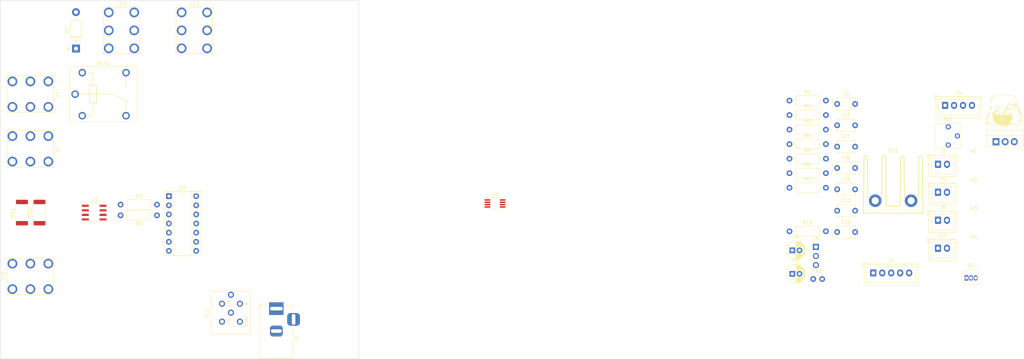
<source format=kicad_pcb>
(kicad_pcb (version 20241229) (generator "pcbnew") (generator_version "9.0")
  (layers (0 "F.Cu" signal) (4 "In1.Cu" signal) (6 "In2.Cu" signal) (2 "B.Cu" signal) (13 "F.Paste" user) (15 "B.Paste" user) (5 "F.SilkS" user "F.Silkscreen") (7 "B.SilkS" user "B.Silkscreen") (1 "F.Mask" user) (3 "B.Mask" user) (25 "Edge.Cuts" user))
  (net 0 "")
  (net 1 "VCC")
  (net 2 "GND")
  (net 3 "+12V")
  (net 4 "Net-(C7-Pad2)")
  (net 5 "Net-(C8-Pad1)")
  (net 6 "Net-(C8-Pad2)")
  (net 8 "/Vmeas")
  (net 10 "Net-(FL1-PSG)")
  (net 11 "Net-(FL1-B)")
  (net 12 "SHUNT_SELECT2")
  (net 13 "LOAD_ENABLE")
  (net 14 "SHUNT_SELECT1")
  (net 15 "Net-(J1-Pin_4)")
  (net 16 "Vofs")
  (net 17 "Vconst_ENABLE")
  (net 18 "/Vref")
  (net 19 "/Vsens")
  (net 20 "/Vmeas_IN")
  (net 21 "/MOS+")
  (net 22 "Net-(J8-Pin_1)")
  (net 23 "/MOS-")
  (net 24 "/TH_2")
  (net 25 "/TH_1")
  (net 26 "Rg_2")
  (net 27 "Net-(R8-Pad1)")
  (net 28 "Net-(R9-Pad1)")
  (net 29 "Net-(RV1-Pad3)")
  (net 30 "Rg_1")
  (net 31 "Net-(U2-Pad8)")
  (net 33 "/Load+")
  (net 38 "Load-")
  (footprint "Resistor_THT:R_Axial_DIN0207_L6.3mm_D2.5mm_P10.16mm_Horizontal" (layer "F.Cu") (at 270.036 86.082)
    (property "Reference" "R3" (at 5.08 -2.37 0) (layer "F.SilkS"))
    (property "Value" "10k")
    (pad "1" thru_hole circle (at 0 0) (size 1.6 1.6) (drill 0.8) (layers "*.Cu" "*.Mask") (net 2 "GND"))
    (pad "2" thru_hole oval (at 10.16 0) (size 1.6 1.6) (drill 0.8) (layers "*.Cu" "*.Mask") (net 17 "Vconst_ENABLE"))
  )
  (footprint "Akizuki_Relay:HSINDA-943_12A-1C_5p" (layer "F.Cu") (at 78.74 76.2)
    (property "Reference" "RLY1" (at 0 -8.6 0) (layer "F.SilkS"))
    (property "Value" "943-1C-12DS")
    (pad "1" thru_hole circle (at -7.85 0) (size 2.1 2.1) (drill 1.3) (layers "*.Cu" "*.Mask") (net 21 "/MOS+"))
    (pad "2" thru_hole circle (at -5.85 -6) (size 2.1 2.1) (drill 1.3) (layers "*.Cu" "*.Mask") (net 13 "LOAD_ENABLE"))
    (pad "3" thru_hole circle (at 6.35 -6) (size 2.1 2.1) (drill 1.3) (layers "*.Cu" "*.Mask") (net 33 "/Load+"))
    (pad "4" thru_hole circle (at 6.35 6) (size 2.1 2.1) (drill 1.3) (layers "*.Cu" "*.Mask") (net 38 "Load-"))
    (pad "5" thru_hole circle (at -5.85 6) (size 2.1 2.1) (drill 1.3) (layers "*.Cu" "*.Mask") (net 3 "+12V"))
  )
  (footprint "Resistor_THT:R_Axial_DIN0207_L6.3mm_D2.5mm_P10.16mm_Horizontal" (layer "F.Cu") (at 270.036 94.182)
    (property "Reference" "R5" (at 5.08 -2.37 0) (layer "F.SilkS"))
    (property "Value" "390k")
    (pad "1" thru_hole circle (at 0 0) (size 1.6 1.6) (drill 0.8) (layers "*.Cu" "*.Mask") (net 8 "/Vmeas"))
    (pad "2" thru_hole oval (at 10.16 0) (size 1.6 1.6) (drill 0.8) (layers "*.Cu" "*.Mask") (net 4 "Net-(C7-Pad2)"))
  )
  (footprint "Eoshi-chan:Eoshi-chan_logo_10x10" (layer "F.Cu") (at 329.842178 80.483547)
    (property "Reference" "P1" (hide yes))
    (property "Value" "Eoshi-chan_Silk" (hide yes))
  )
  (footprint "Connector_JST:JST_XH_B4B-XH-A_1x04_P2.50mm_Vertical" (layer "F.Cu") (at 313.416 79.332)
    (property "Reference" "J4" (at 3.75 -3.55 0) (layer "F.SilkS"))
    (property "Value" "AnalogIO")
    (pad "1" thru_hole roundrect (at 0 0) (size 1.7 1.95) (drill 0.95) (layers "*.Cu" "*.Mask") (roundrect_rratio 0.147059) (net 8 "/Vmeas"))
    (pad "2" thru_hole oval (at 2.5 0) (size 1.7 1.95) (drill 0.95) (layers "*.Cu" "*.Mask") (net 18 "/Vref"))
    (pad "3" thru_hole oval (at 5 0) (size 1.7 1.95) (drill 0.95) (layers "*.Cu" "*.Mask") (net 16 "Vofs"))
    (pad "4" thru_hole oval (at 7.5 0) (size 1.7 1.95) (drill 0.95) (layers "*.Cu" "*.Mask") (net 2 "GND"))
  )
  (footprint "Akizuki_Heatsink:Heatsink_16.5x16x25" (layer "F.Cu") (at 298.946 108.402)
    (property "Reference" "HS1" (at 0 -16.5 0) (layer "F.SilkS"))
    (property "Value" "Heatsink_Pad_2Pin")
    (pad "1" thru_hole circle (at -5 -2.5) (size 3.5 3.5) (drill 2) (layers "*.Cu" "*.Mask"))
    (pad "2" thru_hole circle (at 5 -2.5) (size 3.5 3.5) (drill 2) (layers "*.Cu" "*.Mask"))
  )
  (footprint "Connector_JST:JST_XH_B5B-XH-A_1x05_P2.50mm_Vertical" (layer "F.Cu") (at 293.396 126.032)
    (property "Reference" "J1" (at 5 -3.55 0) (layer "F.SilkS"))
    (property "Value" "Switch_Control")
    (pad "1" thru_hole roundrect (at 0 0) (size 1.7 1.95) (drill 0.95) (layers "*.Cu" "*.Mask") (roundrect_rratio 0.147059) (net 12 "SHUNT_SELECT2"))
    (pad "2" thru_hole oval (at 2.5 0) (size 1.7 1.95) (drill 0.95) (layers "*.Cu" "*.Mask") (net 14 "SHUNT_SELECT1"))
    (pad "3" thru_hole oval (at 5 0) (size 1.7 1.95) (drill 0.95) (layers "*.Cu" "*.Mask") (net 17 "Vconst_ENABLE"))
    (pad "4" thru_hole oval (at 7.5 0) (size 1.7 1.95) (drill 0.95) (layers "*.Cu" "*.Mask") (net 15 "Net-(J1-Pin_4)"))
    (pad "5" thru_hole oval (at 10 0) (size 1.7 1.95) (drill 0.95) (layers "*.Cu" "*.Mask") (net 2 "GND"))
  )
  (footprint "MountingHole:MountingHole_3.2mm_M3" (layer "F.Cu") (at 321.396 120.202)
    (property "Reference" "H4" (at 0 -4.2 0) (layer "F.SilkS"))
    (property "Value" "MountingHole")
    (pad "" np_thru_hole circle (at 0 0) (size 3.2 3.2) (drill 3.2) (layers "*.Cu" "*.Mask"))
  )
  (footprint "Resistor_THT:R_Axial_DIN0207_L6.3mm_D2.5mm_P10.16mm_Horizontal" (layer "F.Cu") (at 270.036 98.232)
    (property "Reference" "R6" (at 5.08 -2.37 0) (layer "F.SilkS"))
    (property "Value" "10k")
    (pad "1" thru_hole circle (at 0 0) (size 1.6 1.6) (drill 0.8) (layers "*.Cu" "*.Mask") (net 38 "Load-"))
    (pad "2" thru_hole oval (at 10.16 0) (size 1.6 1.6) (drill 0.8) (layers "*.Cu" "*.Mask") (net 4 "Net-(C7-Pad2)"))
  )
  (footprint "Resistor_THT:R_Axial_DIN0207_L6.3mm_D2.5mm_P10.16mm_Horizontal" (layer "F.Cu") (at 93.726 106.988 180)
    (property "Reference" "R9" (at 5.08 2.246 0) (layer "F.SilkS"))
    (property "Value" "2.61k")
    (pad "1" thru_hole circle (at 0 0 180) (size 1.6 1.6) (drill 0.8) (layers "*.Cu" "*.Mask") (net 28 "Net-(R9-Pad1)"))
    (pad "2" thru_hole oval (at 10.16 0 180) (size 1.6 1.6) (drill 0.8) (layers "*.Cu" "*.Mask") (net 26 "Rg_2"))
  )
  (footprint "Capacitor_THT:C_Disc_D5.1mm_W3.2mm_P5.00mm" (layer "F.Cu") (at 283.346 114.632)
    (property "Reference" "C15" (at 2.5 -2.85 0) (layer "F.SilkS"))
    (property "Value" "0.1u")
    (pad "1" thru_hole circle (at 0 0) (size 1.6 1.6) (drill 0.8) (layers "*.Cu" "*.Mask") (net 1 "VCC"))
    (pad "2" thru_hole circle (at 5 0) (size 1.6 1.6) (drill 0.8) (layers "*.Cu" "*.Mask") (net 2 "GND"))
  )
  (footprint "Akizuki_ScrewTerminal:ScrewTerminal_01x01_PCB-20" (layer "F.Cu") (at 104.14 58.42)
    (property "Reference" "J12" (at 0 -7.5 0) (layer "F.SilkS"))
    (property "Value" "Vsens")
    (pad "1" thru_hole circle (at -3.55 -5) (size 2.7 2.7) (drill 1.8) (layers "*.Cu" "*.Mask") (net 19 "/Vsens"))
    (pad "1" thru_hole circle (at -3.55 0) (size 2.7 2.7) (drill 1.8) (layers "*.Cu" "*.Mask") (net 19 "/Vsens"))
    (pad "1" thru_hole circle (at -3.55 5) (size 2.7 2.7) (drill 1.8) (layers "*.Cu" "*.Mask") (net 19 "/Vsens"))
    (pad "1" thru_hole circle (at 3.55 -5) (size 2.7 2.7) (drill 1.8) (layers "*.Cu" "*.Mask") (net 19 "/Vsens"))
    (pad "1" thru_hole circle (at 3.55 0) (size 2.7 2.7) (drill 1.8) (layers "*.Cu" "*.Mask") (net 19 "/Vsens"))
    (pad "1" thru_hole circle (at 3.55 5) (size 2.7 2.7) (drill 1.8) (layers "*.Cu" "*.Mask") (net 19 "/Vsens"))
  )
  (footprint "Resistor_THT:R_Axial_DIN0207_L6.3mm_D2.5mm_P10.16mm_Horizontal" (layer "F.Cu") (at 270.036 102.282)
    (property "Reference" "R7" (at 5.08 -2.37 0) (layer "F.SilkS"))
    (property "Value" "100")
    (pad "1" thru_hole circle (at 0 0) (size 1.6 1.6) (drill 0.8) (layers "*.Cu" "*.Mask") (net 6 "Net-(C8-Pad2)"))
    (pad "2" thru_hole oval (at 10.16 0) (size 1.6 1.6) (drill 0.8) (layers "*.Cu" "*.Mask") (net 22 "Net-(J8-Pin_1)"))
  )
  (footprint "Capacitor_THT:C_Disc_D5.1mm_W3.2mm_P5.00mm" (layer "F.Cu") (at 283.346 96.782)
    (property "Reference" "C8" (at 2.5 -2.85 0) (layer "F.SilkS"))
    (property "Value" "0.01u")
    (pad "1" thru_hole circle (at 0 0) (size 1.6 1.6) (drill 0.8) (layers "*.Cu" "*.Mask") (net 5 "Net-(C8-Pad1)"))
    (pad "2" thru_hole circle (at 5 0) (size 1.6 1.6) (drill 0.8) (layers "*.Cu" "*.Mask") (net 6 "Net-(C8-Pad2)"))
  )
  (footprint "Capacitor_THT:C_Disc_D5.1mm_W3.2mm_P5.00mm" (layer "F.Cu") (at 283.346 102.732)
    (property "Reference" "C9" (at 2.5 -2.85 0) (layer "F.SilkS"))
    (property "Value" "0.1u")
    (pad "1" thru_hole circle (at 0 0) (size 1.6 1.6) (drill 0.8) (layers "*.Cu" "*.Mask") (net 1 "VCC"))
    (pad "2" thru_hole circle (at 5 0) (size 1.6 1.6) (drill 0.8) (layers "*.Cu" "*.Mask") (net 2 "GND"))
  )
  (footprint "Resistor_THT:R_Axial_DIN0207_L6.3mm_D2.5mm_P10.16mm_Horizontal" (layer "F.Cu") (at 93.726 109.982 180)
    (property "Reference" "R8" (at 5.08 -2.37 0) (layer "F.SilkS"))
    (property "Value" "499")
    (pad "1" thru_hole circle (at 0 0 180) (size 1.6 1.6) (drill 0.8) (layers "*.Cu" "*.Mask") (net 27 "Net-(R8-Pad1)"))
    (pad "2" thru_hole oval (at 10.16 0 180) (size 1.6 1.6) (drill 0.8) (layers "*.Cu" "*.Mask") (net 26 "Rg_2"))
  )
  (footprint "Akizuki_ScrewTerminal:ScrewTerminal_01x01_PCB-20" (layer "F.Cu") (at 58.42 91.44 -90)
    (property "Reference" "J9" (at 0 -7.5 270) (layer "F.SilkS"))
    (property "Value" "Source")
    (pad "1" thru_hole circle (at -3.55 -5 270) (size 2.7 2.7) (drill 1.8) (layers "*.Cu" "*.Mask") (net 23 "/MOS-"))
    (pad "1" thru_hole circle (at -3.55 0 270) (size 2.7 2.7) (drill 1.8) (layers "*.Cu" "*.Mask") (net 23 "/MOS-"))
    (pad "1" thru_hole circle (at -3.55 5 270) (size 2.7 2.7) (drill 1.8) (layers "*.Cu" "*.Mask") (net 23 "/MOS-"))
    (pad "1" thru_hole circle (at 3.55 -5 270) (size 2.7 2.7) (drill 1.8) (layers "*.Cu" "*.Mask") (net 23 "/MOS-"))
    (pad "1" thru_hole circle (at 3.55 0 270) (size 2.7 2.7) (drill 1.8) (layers "*.Cu" "*.Mask") (net 23 "/MOS-"))
    (pad "1" thru_hole circle (at 3.55 5 270) (size 2.7 2.7) (drill 1.8) (layers "*.Cu" "*.Mask") (net 23 "/MOS-"))
  )
  (footprint "Resistor_THT:R_Axial_DIN0207_L6.3mm_D2.5mm_P10.16mm_Horizontal" (layer "F.Cu") (at 270.036 77.982)
    (property "Reference" "R1" (at 5.08 -2.37 0) (layer "F.SilkS"))
    (property "Value" "10k")
    (pad "1" thru_hole circle (at 0 0) (size 1.6 1.6) (drill 0.8) (layers "*.Cu" "*.Mask") (net 2 "GND"))
    (pad "2" thru_hole oval (at 10.16 0) (size 1.6 1.6) (drill 0.8) (layers "*.Cu" "*.Mask") (net 12 "SHUNT_SELECT2"))
  )
  (footprint "Connector_JST:JST_XH_B2B-XH-A_1x02_P2.50mm_Vertical" (layer "F.Cu") (at 311.446 119.152)
    (property "Reference" "J11" (at 1.25 -3.55 0) (layer "F.SilkS"))
    (property "Value" "Conn_01x02")
    (pad "1" thru_hole roundrect (at 0 0) (size 1.7 2) (drill 1) (layers "*.Cu" "*.Mask") (roundrect_rratio 0.147059) (net 25 "/TH_1"))
    (pad "2" thru_hole oval (at 2.5 0) (size 1.7 2) (drill 1) (layers "*.Cu" "*.Mask") (net 24 "/TH_2"))
  )
  (footprint "Capacitor_THT:CP_Radial_D5.0mm_P2.00mm" (layer "F.Cu") (at 270.825775 126.282)
    (property "Reference" "C6" (at 1 -3.75 0) (layer "F.SilkS"))
    (property "Value" "100u")
    (pad "1" thru_hole rect (at 0 0) (size 1.6 1.6) (drill 0.8) (layers "*.Cu" "*.Mask") (net 3 "+12V"))
    (pad "2" thru_hole circle (at 2 0) (size 1.6 1.6) (drill 0.8) (layers "*.Cu" "*.Mask") (net 2 "GND"))
  )
  (footprint "Package_TO_SOT_THT:TO-92_Inline" (layer "F.Cu") (at 319.406 127.432)
    (property "Reference" "Q1" (at 1.27 -3.56 0) (layer "F.SilkS"))
    (property "Value" "2N7000")
    (pad "1" thru_hole rect (at 0 0) (size 1.05 1.5) (drill 0.75) (layers "*.Cu" "*.Mask") (net 2 "GND"))
    (pad "2" thru_hole oval (at 1.27 0) (size 1.05 1.5) (drill 0.75) (layers "*.Cu" "*.Mask") (net 15 "Net-(J1-Pin_4)"))
    (pad "3" thru_hole oval (at 2.54 0) (size 1.05 1.5) (drill 0.75) (layers "*.Cu" "*.Mask") (net 13 "LOAD_ENABLE"))
  )
  (footprint "Capacitor_THT:C_Disc_D5.1mm_W3.2mm_P5.00mm" (layer "F.Cu") (at 283.346 78.932)
    (property "Reference" "C1" (at 2.5 -2.85 0) (layer "F.SilkS"))
    (property "Value" "0.33u")
    (pad "1" thru_hole circle (at 0 0) (size 1.6 1.6) (drill 0.8) (layers "*.Cu" "*.Mask") (net 3 "+12V"))
    (pad "2" thru_hole circle (at 5 0) (size 1.6 1.6) (drill 0.8) (layers "*.Cu" "*.Mask") (net 2 "GND"))
  )
  (footprint "Capacitor_THT:C_Disc_D5.1mm_W3.2mm_P5.00mm" (layer "F.Cu") (at 283.346 108.682)
    (property "Reference" "C11" (at 2.5 -2.85 0) (layer "F.SilkS"))
    (property "Value" "0.1u")
    (pad "1" thru_hole circle (at 0 0) (size 1.6 1.6) (drill 0.8) (layers "*.Cu" "*.Mask") (net 1 "VCC"))
    (pad "2" thru_hole circle (at 5 0) (size 1.6 1.6) (drill 0.8) (layers "*.Cu" "*.Mask") (net 2 "GND"))
  )
  (footprint "Capacitor_THT:C_Disc_D3.0mm_W1.6mm_P2.50mm" (layer "F.Cu") (at 276.666 127.732)
    (property "Reference" "TH1" (at 1.25 -2.05 0) (layer "F.SilkS"))
    (property "Value" "Thermistor")
    (pad "1" thru_hole circle (at 0 0) (size 1.6 1.6) (drill 0.8) (layers "*.Cu" "*.Mask") (net 25 "/TH_1"))
    (pad "2" thru_hole circle (at 2.5 0) (size 1.6 1.6) (drill 0.8) (layers "*.Cu" "*.Mask") (net 24 "/TH_2"))
  )
  (footprint "Capacitor_THT:C_Disc_D5.1mm_W3.2mm_P5.00mm" (layer "F.Cu") (at 283.346 90.832)
    (property "Reference" "C7" (at 2.5 -2.85 0) (layer "F.SilkS"))
    (property "Value" "0.01u")
    (pad "1" thru_hole circle (at 0 0) (size 1.6 1.6) (drill 0.8) (layers "*.Cu" "*.Mask") (net 8 "/Vmeas"))
    (pad "2" thru_hole circle (at 5 0) (size 1.6 1.6) (drill 0.8) (layers "*.Cu" "*.Mask") (net 4 "Net-(C7-Pad2)"))
  )
  (footprint "Package_DIP:DIP-14_W7.62mm_Socket" (layer "F.Cu") (at 97.028 104.648)
    (property "Reference" "U2" (at 3.81 -2.33 0) (layer "F.SilkS"))
    (property "Value" "TC74HC4066AF(F)")
    (pad "1" thru_hole roundrect (at 0 0) (size 1.6 1.6) (drill 0.8) (layers "*.Cu" "*.Mask") (roundrect_rratio 0.15625) (net 30 "Rg_1"))
    (pad "2" thru_hole circle (at 0 2.54) (size 1.6 1.6) (drill 0.8) (layers "*.Cu" "*.Mask") (net 28 "Net-(R9-Pad1)"))
    (pad "3" thru_hole circle (at 0 5.08) (size 1.6 1.6) (drill 0.8) (layers "*.Cu" "*.Mask") (net 27 "Net-(R8-Pad1)"))
    (pad "4" thru_hole circle (at 0 7.62) (size 1.6 1.6) (drill 0.8) (layers "*.Cu" "*.Mask") (net 30 "Rg_1"))
    (pad "5" thru_hole circle (at 0 10.16) (size 1.6 1.6) (drill 0.8) (layers "*.Cu" "*.Mask") (net 14 "SHUNT_SELECT1"))
    (pad "6" thru_hole circle (at 0 12.7) (size 1.6 1.6) (drill 0.8) (layers "*.Cu" "*.Mask") (net 17 "Vconst_ENABLE"))
    (pad "7" thru_hole circle (at 0 15.24) (size 1.6 1.6) (drill 0.8) (layers "*.Cu" "*.Mask") (net 2 "GND"))
    (pad "8" thru_hole circle (at 7.62 15.24) (size 1.6 1.6) (drill 0.8) (layers "*.Cu" "*.Mask") (net 31 "Net-(U2-Pad8)"))
    (pad "9" thru_hole circle (at 7.62 12.7) (size 1.6 1.6) (drill 0.8) (layers "*.Cu" "*.Mask") (net 29 "Net-(RV1-Pad3)"))
    (pad "10" thru_hole circle (at 7.62 10.16) (size 1.6 1.6) (drill 0.8) (layers "*.Cu" "*.Mask"))
    (pad "11" thru_hole circle (at 7.62 7.62) (size 1.6 1.6) (drill 0.8) (layers "*.Cu" "*.Mask"))
    (pad "12" thru_hole circle (at 7.62 5.08) (size 1.6 1.6) (drill 0.8) (layers "*.Cu" "*.Mask") (net 2 "GND"))
    (pad "13" thru_hole circle (at 7.62 2.54) (size 1.6 1.6) (drill 0.8) (layers "*.Cu" "*.Mask") (net 12 "SHUNT_SELECT2"))
    (pad "14" thru_hole circle (at 7.62 0) (size 1.6 1.6) (drill 0.8) (layers "*.Cu" "*.Mask") (net 1 "VCC"))
  )
  (footprint "Package_TO_SOT_THT:TO-220-3_Vertical" (layer "F.Cu") (at 327.626 89.462)
    (property "Reference" "U1" (at 2.54 -4.27 0) (layer "F.SilkS"))
    (property "Value" "NJM7805FA")
    (pad "1" thru_hole rect (at 0 0) (size 1.905 2) (drill 1.1) (layers "*.Cu" "*.Mask") (net 3 "+12V"))
    (pad "2" thru_hole oval (at 2.54 0) (size 1.905 2) (drill 1.1) (layers "*.Cu" "*.Mask") (net 2 "GND"))
    (pad "3" thru_hole oval (at 5.08 0) (size 1.905 2) (drill 1.1) (layers "*.Cu" "*.Mask") (net 1 "VCC"))
  )
  (footprint "Connector_JST:JST_XH_B2B-XH-A_1x02_P2.50mm_Vertical" (layer "F.Cu") (at 311.446 111.352)
    (property "Reference" "J8" (at 1.25 -3.55 0) (layer "F.SilkS"))
    (property "Value" "Gate")
    (pad "1" thru_hole roundrect (at 0 0) (size 1.7 2) (drill 1) (layers "*.Cu" "*.Mask") (roundrect_rratio 0.147059) (net 22 "Net-(J8-Pin_1)"))
    (pad "2" thru_hole oval (at 2.5 0) (size 1.7 2) (drill 1) (layers "*.Cu" "*.Mask") (net 2 "GND"))
  )
  (footprint "MountingHole:MountingHole_3.2mm_M3" (layer "F.Cu") (at 321.396 96.352)
    (property "Reference" "H1" (at 0 -4.2 0) (layer "F.SilkS"))
    (property "Value" "MountingHole")
    (pad "" np_thru_hole circle (at 0 0) (size 3.2 3.2) (drill 3.2) (layers "*.Cu" "*.Mask"))
  )
  (footprint "Capacitor_THT:CP_Radial_D5.0mm_P2.00mm" (layer "F.Cu") (at 270.825775 119.732)
    (property "Reference" "C4" (at 1 -3.75 0) (layer "F.SilkS"))
    (property "Value" "100u")
    (pad "1" thru_hole rect (at 0 0) (size 1.6 1.6) (drill 0.8) (layers "*.Cu" "*.Mask") (net 1 "VCC"))
    (pad "2" thru_hole circle (at 2 0) (size 1.6 1.6) (drill 0.8) (layers "*.Cu" "*.Mask") (net 2 "GND"))
  )
  (footprint "Akizuki_Filter:EMI-Filter_4P_muRata-BNX" (layer "F.Cu") (at 114.34 137.12 90)
    (property "Reference" "FL1" (at 0 -6.7 90) (layer "F.SilkS"))
    (property "Value" "BNX016-01")
    (fp_text user "CG" (at -2.5 -0.75 90) (layer "F.SilkS") (effects (font (size 0.9 0.9))))
    (fp_text user "CB" (at 2.5 -0.75 90) (layer "F.SilkS") (effects (font (size 0.9 0.9))))
    (fp_text user "B" (at 2.5 4.25 90) (layer "F.SilkS") (effects (font (size 0.9 0.9))))
    (fp_text user "PSG" (at -2.5 4.25 90) (layer "F.SilkS") (effects (font (size 0.9 0.9))))
    (pad "1" thru_hole circle (at 2.5 2.5 90) (size 1.7 1.7) (drill 1) (layers "*.Cu" "*.Mask") (net 11 "Net-(FL1-B)"))
    (pad "2" thru_hole circle (at 2.5 -2.5 90) (size 1.7 1.7) (drill 1) (layers "*.Cu" "*.Mask") (net 3 "+12V"))
    (pad "3" thru_hole circle (at -2.5 2.5 90) (size 1.7 1.7) (drill 1) (layers "*.Cu" "*.Mask") (net 10 "Net-(FL1-PSG)"))
    (pad "4" thru_hole circle (at -2.5 -2.5 90) (size 1.7 1.7) (drill 1) (layers "*.Cu" "*.Mask") (net 2 "GND"))
    (pad "5" thru_hole circle (at 5 0 90) (size 1.7 1.7) (drill 1) (layers "*.Cu" "*.Mask"))
    (pad "6" thru_hole circle (at 0 0 90) (size 1.7 1.7) (drill 1) (layers "*.Cu" "*.Mask"))
  )
  (footprint "MountingHole:MountingHole_3.2mm_M3" (layer "F.Cu") (at 321.396 104.302)
    (property "Reference" "H2" (at 0 -4.2 0) (layer "F.SilkS"))
    (property "Value" "MountingHole")
    (pad "" np_thru_hole circle (at 0 0) (size 3.2 3.2) (drill 3.2) (layers "*.Cu" "*.Mask"))
  )
  (footprint "Akizuki_ScrewTerminal:ScrewTerminal_01x01_PCB-20" (layer "F.Cu") (at 58.42 76.2 -90)
    (property "Reference" "J7" (at 0 -7.5 270) (layer "F.SilkS"))
    (property "Value" "Drain")
    (pad "1" thru_hole circle (at -3.55 -5 270) (size 2.7 2.7) (drill 1.8) (layers "*.Cu" "*.Mask") (net 21 "/MOS+"))
    (pad "1" thru_hole circle (at -3.55 0 270) (size 2.7 2.7) (drill 1.8) (layers "*.Cu" "*.Mask") (net 21 "/MOS+"))
    (pad "1" thru_hole circle (at -3.55 5 270) (size 2.7 2.7) (drill 1.8) (layers "*.Cu" "*.Mask") (net 21 "/MOS+"))
    (pad "1" thru_hole circle (at 3.55 -5 270) (size 2.7 2.7) (drill 1.8) (layers "*.Cu" "*.Mask") (net 21 "/MOS+"))
    (pad "1" thru_hole circle (at 3.55 0 270) (size 2.7 2.7) (drill 1.8) (layers "*.Cu" "*.Mask") (net 21 "/MOS+"))
    (pad "1" thru_hole circle (at 3.55 5 270) (size 2.7 2.7) (drill 1.8) (layers "*.Cu" "*.Mask") (net 21 "/MOS+"))
  )
  (footprint "Akizuki_ScrewTerminal:ScrewTerminal_01x01_PCB-20" (layer "F.Cu") (at 58.42 127 90)
    (property "Reference" "J10" (at 0 -7.5 90) (layer "F.SilkS"))
    (property "Value" "Vin_-")
    (pad "1" thru_hole circle (at -3.55 -5 90) (size 2.7 2.7) (drill 1.8) (layers "*.Cu" "*.Mask") (net 38 "Load-"))
    (pad "1" thru_hole circle (at -3.55 0 90) (size 2.7 2.7) (drill 1.8) (layers "*.Cu" "*.Mask") (net 38 "Load-"))
    (pad "1" thru_hole circle (at -3.55 5 90) (size 2.7 2.7) (drill 1.8) (layers "*.Cu" "*.Mask") (net 38 "Load-"))
    (pad "1" thru_hole circle (at 3.55 -5 90) (size 2.7 2.7) (drill 1.8) (layers "*.Cu" "*.Mask") (net 38 "Load-"))
    (pad "1" thru_hole circle (at 3.55 0 90) (size 2.7 2.7) (drill 1.8) (layers "*.Cu" "*.Mask") (net 38 "Load-"))
    (pad "1" thru_hole circle (at 3.55 5 90) (size 2.7 2.7) (drill 1.8) (layers "*.Cu" "*.Mask") (net 38 "Load-"))
  )
  (footprint "Package_SO:SOIC-8_3.9x4.9mm_P1.27mm" (layer "F.Cu") (at 76.2 109.22)
    (property "Reference" "U3" (at 0 -3.4 0) (layer "F.SilkS"))
    (property "Value" "AD8226ARZ")
    (pad "1" smd roundrect (at -2.475 -1.905) (size 1.95 0.6) (layers "F.Cu" "F.Mask" "F.Paste") (net 38 "Load-"))
    (pad "2" smd roundrect (at -2.475 -0.635) (size 1.95 0.6) (layers "F.Cu" "F.Mask" "F.Paste") (net 30 "Rg_1"))
    (pad "3" smd roundrect (at -2.475 0.635) (size 1.95 0.6) (layers "F.Cu" "F.Mask" "F.Paste") (net 26 "Rg_2"))
    (pad "4" smd roundrect (at -2.475 1.905) (size 1.95 0.6) (layers "F.Cu" "F.Mask" "F.Paste") (net 23 "/MOS-"))
    (pad "5" smd roundrect (at 2.475 1.905) (size 1.95 0.6) (layers "F.Cu" "F.Mask" "F.Paste") (net 2 "GND"))
    (pad "6" smd roundrect (at 2.475 0.635) (size 1.95 0.6) (layers "F.Cu" "F.Mask" "F.Paste") (net 16 "Vofs"))
    (pad "7" smd roundrect (at 2.475 -0.635) (size 1.95 0.6) (layers "F.Cu" "F.Mask" "F.Paste") (net 31 "Net-(U2-Pad8)"))
    (pad "8" smd roundrect (at 2.475 -1.905) (size 1.95 0.6) (layers "F.Cu" "F.Mask" "F.Paste") (net 1 "VCC"))
  )
  (footprint "Resistor_SMD:R_2512_6332Metric" (layer "F.Cu") (at 56.07 109.22 90)
    (property "Reference" "R11" (at 0 -2.62 90) (layer "F.SilkS"))
    (property "Value" "20m")
    (pad "1" smd roundrect (at -2.9625 0 90) (size 1.225 3.35) (layers "F.Cu" "F.Mask" "F.Paste") (roundrect_rratio 0.204082) (net 23 "/MOS-"))
    (pad "2" smd roundrect (at 2.9625 0 90) (size 1.225 3.35) (layers "F.Cu" "F.Mask" "F.Paste") (roundrect_rratio 0.204082) (net 38 "Load-"))
  )
  (footprint "Akizuki_ScrewTerminal:ScrewTerminal_01x01_PCB-20" (layer "F.Cu") (at 83.82 58.42)
    (property "Reference" "J13" (at 0 -7.5 0) (layer "F.SilkS"))
    (property "Value" "Vin+")
    (pad "1" thru_hole circle (at -3.55 -5) (size 2.7 2.7) (drill 1.8) (layers "*.Cu" "*.Mask") (net 33 "/Load+"))
    (pad "1" thru_hole circle (at -3.55 0) (size 2.7 2.7) (drill 1.8) (layers "*.Cu" "*.Mask") (net 33 "/Load+"))
    (pad "1" thru_hole circle (at -3.55 5) (size 2.7 2.7) (drill 1.8) (layers "*.Cu" "*.Mask") (net 33 "/Load+"))
    (pad "1" thru_hole circle (at 3.55 -5) (size 2.7 2.7) (drill 1.8) (layers "*.Cu" "*.Mask") (net 33 "/Load+"))
    (pad "1" thru_hole circle (at 3.55 0) (size 2.7 2.7) (drill 1.8) (layers "*.Cu" "*.Mask") (net 33 "/Load+"))
    (pad "1" thru_hole circle (at 3.55 5) (size 2.7 2.7) (drill 1.8) (layers "*.Cu" "*.Mask") (net 33 "/Load+"))
  )
  (footprint "Resistor_THT:R_Axial_DIN0207_L6.3mm_D2.5mm_P10.16mm_Horizontal" (layer "F.Cu") (at 270.036 82.032)
    (property "Reference" "R2" (at 5.08 -2.37 0) (layer "F.SilkS"))
    (property "Value" "10k")
    (pad "1" thru_hole circle (at 0 0) (size 1.6 1.6) (drill 0.8) (layers "*.Cu" "*.Mask") (net 2 "GND"))
    (pad "2" thru_hole oval (at 10.16 0) (size 1.6 1.6) (drill 0.8) (layers "*.Cu" "*.Mask") (net 14 "SHUNT_SELECT1"))
  )
  (footprint "Potentiometer_THT:Potentiometer_Vishay_T73YP_Vertical" (layer "F.Cu") (at 314.316 90.382)
    (property "Reference" "RV1" (at -0.06 -7.09 0) (layer "F.SilkS"))
    (property "Value" "10k")
    (pad "1" thru_hole circle (at 0 0) (size 1.44 1.44) (drill 0.8) (layers "*.Cu" "*.Mask") (net 5 "Net-(C8-Pad1)"))
    (pad "2" thru_hole circle (at 2.54 -2.54) (size 1.44 1.44) (drill 0.8) (layers "*.Cu" "*.Mask") (net 5 "Net-(C8-Pad1)"))
    (pad "3" thru_hole circle (at 0 -5.08) (size 1.44 1.44) (drill 0.8) (layers "*.Cu" "*.Mask") (net 29 "Net-(RV1-Pad3)"))
  )
  (footprint "Connector_PinHeader_2.54mm:PinHeader_1x03_P2.54mm_Vertical" (layer "F.Cu") (at 277.416 118.782)
    (property "Reference" "J6" (at 0 -2.33 0) (layer "F.SilkS"))
    (property "Value" "VsensJMP")
    (pad "1" thru_hole rect (at 0 0) (size 1.7 1.7) (drill 1) (layers "*.Cu" "*.Mask") (net 19 "/Vsens"))
    (pad "2" thru_hole oval (at 0 2.54) (size 1.7 1.7) (drill 1) (layers "*.Cu" "*.Mask") (net 20 "/Vmeas_IN"))
    (pad "3" thru_hole oval (at 0 5.08) (size 1.7 1.7) (drill 1) (layers "*.Cu" "*.Mask") (net 33 "/Load+"))
  )
  (footprint "Diode_THT:D_DO-41_SOD81_P10.16mm_Horizontal" (layer "F.Cu") (at 71.12 63.5 90)
    (property "Reference" "D1" (at 5.08 -2.47 90) (layer "F.SilkS"))
    (property "Value" "GS1010FL")
    (fp_text user "K" (at 0 -2.1 90) (layer "F.SilkS"))
    (pad "1" thru_hole rect (at 0 0 90) (size 2.2 2.2) (drill 1.1) (layers "*.Cu" "*.Mask") (net 3 "+12V"))
    (pad "2" thru_hole oval (at 10.16 0 90) (size 2.2 2.2) (drill 1.1) (layers "*.Cu" "*.Mask") (net 13 "LOAD_ENABLE"))
  )
  (footprint "Capacitor_THT:C_Disc_D5.1mm_W3.2mm_P5.00mm" (layer "F.Cu") (at 283.346 84.882)
    (property "Reference" "C3" (at 2.5 -2.85 0) (layer "F.SilkS"))
    (property "Value" "0.1u")
    (pad "1" thru_hole circle (at 0 0) (size 1.6 1.6) (drill 0.8) (layers "*.Cu" "*.Mask") (net 1 "VCC"))
    (pad "2" thru_hole circle (at 5 0) (size 1.6 1.6) (drill 0.8) (layers "*.Cu" "*.Mask") (net 2 "GND"))
  )
  (footprint "Resistor_SMD:R_2512_6332Metric" (layer "F.Cu") (at 60.96 109.22 90)
    (property "Reference" "R12" (at 0 -2.62 90) (layer "F.SilkS"))
    (property "Value" "20m")
    (pad "1" smd roundrect (at -2.9625 0 90) (size 1.225 3.35) (layers "F.Cu" "F.Mask" "F.Paste") (roundrect_rratio 0.204082) (net 23 "/MOS-"))
    (pad "2" smd roundrect (at 2.9625 0 90) (size 1.225 3.35) (layers "F.Cu" "F.Mask" "F.Paste") (roundrect_rratio 0.204082) (net 38 "Load-"))
  )
  (footprint "Akizuki_BarrelJack:BarrelJack_Horizontal1" (layer "F.Cu") (at 127 149.74 90)
    (property "Reference" "J2" (at 5.25 5.75 90) (layer "F.SilkS"))
    (property "Value" "2.1-5.5 DC")
    (pad "1" thru_hole rect (at 13.75 0 90) (size 3.5 4) (drill oval 1 3.5) (layers "*.Cu" "*.Mask") (net 11 "Net-(FL1-B)"))
    (pad "2" thru_hole roundrect (at 7.5 0 90) (size 3 3.5) (drill oval 1 3) (layers "*.Cu" "*.Mask") (net 10 "Net-(FL1-PSG)"))
    (pad "3" thru_hole roundrect (at 10.75 4.8 90) (size 3.5 3.5) (drill oval 3 1) (layers "*.Cu" "*.Mask"))
  )
  (footprint "Package_SO:MSOP-8_3x3mm_P0.65mm" (layer "F.Cu") (at 187.96 106.68)
    (property "Reference" "U4" (at 0 -2.45 0) (layer "F.SilkS"))
    (property "Value" "S-89713B-K8T2U")
    (pad "1" smd roundrect (at -2.1125 -0.975) (size 1.625 0.4) (layers "F.Cu" "F.Mask" "F.Paste") (net 6 "Net-(C8-Pad2)"))
    (pad "2" smd roundrect (at -2.1125 -0.325) (size 1.625 0.4) (layers "F.Cu" "F.Mask" "F.Paste") (net 18 "/Vref"))
    (pad "3" smd roundrect (at -2.1125 0.325) (size 1.625 0.4) (layers "F.Cu" "F.Mask" "F.Paste") (net 5 "Net-(C8-Pad1)"))
    (pad "4" smd roundrect (at -2.1125 0.975) (size 1.625 0.4) (layers "F.Cu" "F.Mask" "F.Paste") (net 2 "GND"))
    (pad "5" smd roundrect (at 2.1125 0.975) (size 1.625 0.4) (layers "F.Cu" "F.Mask" "F.Paste") (net 16 "Vofs"))
    (pad "6" smd roundrect (at 2.1125 0.325) (size 1.625 0.4) (layers "F.Cu" "F.Mask" "F.Paste") (net 4 "Net-(C7-Pad2)"))
    (pad "7" smd roundrect (at 2.1125 -0.325) (size 1.625 0.4) (layers "F.Cu" "F.Mask" "F.Paste") (net 8 "/Vmeas"))
    (pad "8" smd roundrect (at 2.1125 -0.975) (size 1.625 0.4) (layers "F.Cu" "F.Mask" "F.Paste") (net 1 "VCC"))
  )
  (footprint "Resistor_THT:R_Axial_DIN0207_L6.3mm_D2.5mm_P10.16mm_Horizontal" (layer "F.Cu") (at 270.036 90.132)
    (property "Reference" "R4" (at 5.08 -2.37 0) (layer "F.SilkS"))
    (property "Value" "10k")
    (pad "1" thru_hole circle (at 0 0) (size 1.6 1.6) (drill 0.8) (layers "*.Cu" "*.Mask") (net 2 "GND"))
    (pad "2" thru_hole oval (at 10.16 0) (size 1.6 1.6) (drill 0.8) (layers "*.Cu" "*.Mask") (net 15 "Net-(J1-Pin_4)"))
  )
  (footprint "MountingHole:MountingHole_3.2mm_M3" (layer "F.Cu") (at 321.396 112.252)
    (property "Reference" "H3" (at 0 -4.2 0) (layer "F.SilkS"))
    (property "Value" "MountingHole")
    (pad "" np_thru_hole circle (at 0 0) (size 3.2 3.2) (drill 3.2) (layers "*.Cu" "*.Mask"))
  )
  (footprint "Resistor_THT:R_Axial_DIN0207_L6.3mm_D2.5mm_P10.16mm_Horizontal" (layer "F.Cu") (at 270.036 114.432)
    (property "Reference" "R10" (at 5.08 -2.37 0) (layer "F.SilkS"))
    (property "Value" "390k")
    (pad "1" thru_hole circle (at 0 0) (size 1.6 1.6) (drill 0.8) (layers "*.Cu" "*.Mask") (net 4 "Net-(C7-Pad2)"))
    (pad "2" thru_hole oval (at 10.16 0) (size 1.6 1.6) (drill 0.8) (layers "*.Cu" "*.Mask") (net 20 "/Vmeas_IN"))
  )
  (footprint "Connector_JST:JST_XH_B2B-XH-A_1x02_P2.50mm_Vertical" (layer "F.Cu") (at 311.446 103.552)
    (property "Reference" "J5" (at 1.25 -3.55 0) (layer "F.SilkS"))
    (property "Value" "+12V")
    (pad "1" thru_hole roundrect (at 0 0) (size 1.7 2) (drill 1) (layers "*.Cu" "*.Mask") (roundrect_rratio 0.147059) (net 3 "+12V"))
    (pad "2" thru_hole oval (at 2.5 0) (size 1.7 2) (drill 1) (layers "*.Cu" "*.Mask") (net 2 "GND"))
  )
  (footprint "Connector_JST:JST_XH_B2B-XH-A_1x02_P2.50mm_Vertical" (layer "F.Cu") (at 311.446 95.752)
    (property "Reference" "J3" (at 1.25 -3.55 0) (layer "F.SilkS"))
    (property "Value" "+5V")
    (pad "1" thru_hole roundrect (at 0 0) (size 1.7 2) (drill 1) (layers "*.Cu" "*.Mask") (roundrect_rratio 0.147059) (net 1 "VCC"))
    (pad "2" thru_hole oval (at 2.5 0) (size 1.7 2) (drill 1) (layers "*.Cu" "*.Mask") (net 2 "GND"))
  )
  (gr_rect (start 50 50) (end 150 150) (stroke (width 0.1)) (fill no) (layer "Edge.Cuts"))
)
</source>
